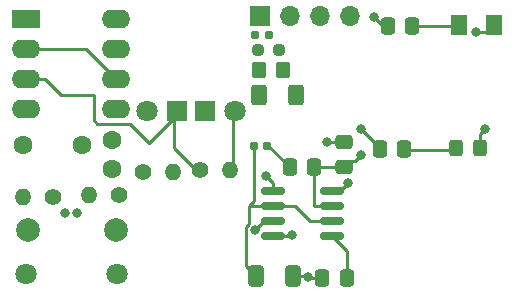
<source format=gbr>
%TF.GenerationSoftware,KiCad,Pcbnew,8.0.2*%
%TF.CreationDate,2024-09-30T00:20:34-04:00*%
%TF.ProjectId,solder_challenge_555,736f6c64-6572-45f6-9368-616c6c656e67,rev?*%
%TF.SameCoordinates,Original*%
%TF.FileFunction,Copper,L1,Top*%
%TF.FilePolarity,Positive*%
%FSLAX46Y46*%
G04 Gerber Fmt 4.6, Leading zero omitted, Abs format (unit mm)*
G04 Created by KiCad (PCBNEW 8.0.2) date 2024-09-30 00:20:34*
%MOMM*%
%LPD*%
G01*
G04 APERTURE LIST*
G04 Aperture macros list*
%AMRoundRect*
0 Rectangle with rounded corners*
0 $1 Rounding radius*
0 $2 $3 $4 $5 $6 $7 $8 $9 X,Y pos of 4 corners*
0 Add a 4 corners polygon primitive as box body*
4,1,4,$2,$3,$4,$5,$6,$7,$8,$9,$2,$3,0*
0 Add four circle primitives for the rounded corners*
1,1,$1+$1,$2,$3*
1,1,$1+$1,$4,$5*
1,1,$1+$1,$6,$7*
1,1,$1+$1,$8,$9*
0 Add four rect primitives between the rounded corners*
20,1,$1+$1,$2,$3,$4,$5,0*
20,1,$1+$1,$4,$5,$6,$7,0*
20,1,$1+$1,$6,$7,$8,$9,0*
20,1,$1+$1,$8,$9,$2,$3,0*%
G04 Aperture macros list end*
%TA.AperFunction,ComponentPad*%
%ADD10C,1.400000*%
%TD*%
%TA.AperFunction,ComponentPad*%
%ADD11O,1.400000X1.400000*%
%TD*%
%TA.AperFunction,ComponentPad*%
%ADD12C,1.600000*%
%TD*%
%TA.AperFunction,SMDPad,CuDef*%
%ADD13RoundRect,0.160000X-0.197500X-0.160000X0.197500X-0.160000X0.197500X0.160000X-0.197500X0.160000X0*%
%TD*%
%TA.AperFunction,SMDPad,CuDef*%
%ADD14RoundRect,0.250000X-0.475000X0.337500X-0.475000X-0.337500X0.475000X-0.337500X0.475000X0.337500X0*%
%TD*%
%TA.AperFunction,SMDPad,CuDef*%
%ADD15RoundRect,0.250001X0.462499X0.624999X-0.462499X0.624999X-0.462499X-0.624999X0.462499X-0.624999X0*%
%TD*%
%TA.AperFunction,SMDPad,CuDef*%
%ADD16RoundRect,0.250000X0.337500X0.475000X-0.337500X0.475000X-0.337500X-0.475000X0.337500X-0.475000X0*%
%TD*%
%TA.AperFunction,ComponentPad*%
%ADD17R,2.400000X1.600000*%
%TD*%
%TA.AperFunction,ComponentPad*%
%ADD18O,2.400000X1.600000*%
%TD*%
%TA.AperFunction,SMDPad,CuDef*%
%ADD19RoundRect,0.250000X-0.350000X-0.450000X0.350000X-0.450000X0.350000X0.450000X-0.350000X0.450000X0*%
%TD*%
%TA.AperFunction,SMDPad,CuDef*%
%ADD20RoundRect,0.237500X-0.250000X-0.237500X0.250000X-0.237500X0.250000X0.237500X-0.250000X0.237500X0*%
%TD*%
%TA.AperFunction,SMDPad,CuDef*%
%ADD21RoundRect,0.155000X0.212500X0.155000X-0.212500X0.155000X-0.212500X-0.155000X0.212500X-0.155000X0*%
%TD*%
%TA.AperFunction,SMDPad,CuDef*%
%ADD22RoundRect,0.250000X-0.337500X-0.475000X0.337500X-0.475000X0.337500X0.475000X-0.337500X0.475000X0*%
%TD*%
%TA.AperFunction,SMDPad,CuDef*%
%ADD23RoundRect,0.250000X0.325000X0.450000X-0.325000X0.450000X-0.325000X-0.450000X0.325000X-0.450000X0*%
%TD*%
%TA.AperFunction,SMDPad,CuDef*%
%ADD24RoundRect,0.250000X-0.400000X-0.625000X0.400000X-0.625000X0.400000X0.625000X-0.400000X0.625000X0*%
%TD*%
%TA.AperFunction,SMDPad,CuDef*%
%ADD25RoundRect,0.150000X-0.825000X-0.150000X0.825000X-0.150000X0.825000X0.150000X-0.825000X0.150000X0*%
%TD*%
%TA.AperFunction,ComponentPad*%
%ADD26R,1.800000X1.800000*%
%TD*%
%TA.AperFunction,ComponentPad*%
%ADD27C,1.800000*%
%TD*%
%TA.AperFunction,SMDPad,CuDef*%
%ADD28RoundRect,0.250000X-0.412500X-0.650000X0.412500X-0.650000X0.412500X0.650000X-0.412500X0.650000X0*%
%TD*%
%TA.AperFunction,ComponentPad*%
%ADD29R,1.700000X1.700000*%
%TD*%
%TA.AperFunction,ComponentPad*%
%ADD30O,1.700000X1.700000*%
%TD*%
%TA.AperFunction,ComponentPad*%
%ADD31C,2.000000*%
%TD*%
%TA.AperFunction,ViaPad*%
%ADD32C,0.800000*%
%TD*%
%TA.AperFunction,Conductor*%
%ADD33C,0.250000*%
%TD*%
G04 APERTURE END LIST*
D10*
%TO.P,R3,1*%
%TO.N,Net-(D4-K)*%
X131920000Y-52230000D03*
D11*
%TO.P,R3,2*%
%TO.N,Net-(D1-A)*%
X134460000Y-52230000D03*
%TD*%
D12*
%TO.P,C1,1*%
%TO.N,Net-(U1-THR)*%
X116890000Y-50100000D03*
%TO.P,C1,2*%
%TO.N,GND*%
X121890000Y-50100000D03*
%TD*%
D13*
%TO.P,R10,1*%
%TO.N,unconnected-(R10-Pad1)*%
X136500000Y-40835000D03*
%TO.P,R10,2*%
%TO.N,unconnected-(R10-Pad2)*%
X137695000Y-40835000D03*
%TD*%
D14*
%TO.P,R5,1*%
%TO.N,VCC*%
X144075000Y-49875000D03*
%TO.P,R5,2*%
%TO.N,/smt_555/7*%
X144075000Y-51950000D03*
%TD*%
D15*
%TO.P,D3,1,K*%
%TO.N,/smt_555/3*%
X156807500Y-39970000D03*
%TO.P,D3,2,A*%
%TO.N,Net-(D3-A)*%
X153832500Y-39970000D03*
%TD*%
D16*
%TO.P,R4,1*%
%TO.N,/smt_555/7*%
X141537500Y-52025000D03*
%TO.P,R4,2*%
%TO.N,Net-(R11-Pad1)*%
X139462500Y-52025000D03*
%TD*%
D17*
%TO.P,U1,1,GND*%
%TO.N,GND*%
X117190000Y-39430000D03*
D18*
%TO.P,U1,2,TR*%
%TO.N,Net-(U1-THR)*%
X117190000Y-41970000D03*
%TO.P,U1,3,Q*%
%TO.N,Net-(D4-K)*%
X117190000Y-44510000D03*
%TO.P,U1,4,R*%
%TO.N,VCC*%
X117190000Y-47050000D03*
%TO.P,U1,5,CV*%
%TO.N,Net-(U1-CV)*%
X124810000Y-47050000D03*
%TO.P,U1,6,THR*%
%TO.N,Net-(U1-THR)*%
X124810000Y-44510000D03*
%TO.P,U1,7,DIS*%
%TO.N,Net-(U1-DIS)*%
X124810000Y-41970000D03*
%TO.P,U1,8,VCC*%
%TO.N,VCC*%
X124810000Y-39430000D03*
%TD*%
D19*
%TO.P,R8,1*%
%TO.N,unconnected-(R8-Pad1)*%
X136895000Y-43810000D03*
%TO.P,R8,2*%
%TO.N,unconnected-(R8-Pad2)*%
X138895000Y-43810000D03*
%TD*%
D20*
%TO.P,R9,1*%
%TO.N,unconnected-(R9-Pad1)*%
X136770000Y-42085000D03*
%TO.P,R9,2*%
%TO.N,unconnected-(R9-Pad2)*%
X138595000Y-42085000D03*
%TD*%
D21*
%TO.P,R11,1*%
%TO.N,Net-(R11-Pad1)*%
X137585000Y-50225000D03*
%TO.P,R11,2*%
%TO.N,/smt_555/2*%
X136450000Y-50225000D03*
%TD*%
D10*
%TO.P,R1,1*%
%TO.N,VCC*%
X125040000Y-54340000D03*
D11*
%TO.P,R1,2*%
%TO.N,Net-(U1-DIS)*%
X122500000Y-54340000D03*
%TD*%
D22*
%TO.P,R12,1*%
%TO.N,VCC*%
X147787500Y-40050000D03*
%TO.P,R12,2*%
%TO.N,Net-(D3-A)*%
X149862500Y-40050000D03*
%TD*%
D23*
%TO.P,D2,1,K*%
%TO.N,GND*%
X155632500Y-50420000D03*
%TO.P,D2,2,A*%
%TO.N,Net-(D2-A)*%
X153582500Y-50420000D03*
%TD*%
D16*
%TO.P,C4,1*%
%TO.N,/smt_555/5*%
X144312500Y-61350000D03*
%TO.P,C4,2*%
%TO.N,GND*%
X142237500Y-61350000D03*
%TD*%
D22*
%TO.P,R6,1*%
%TO.N,/smt_555/3*%
X147082500Y-50480000D03*
%TO.P,R6,2*%
%TO.N,Net-(D2-A)*%
X149157500Y-50480000D03*
%TD*%
D24*
%TO.P,R7,1*%
%TO.N,unconnected-(R7-Pad1)*%
X136920000Y-45910000D03*
%TO.P,R7,2*%
%TO.N,unconnected-(R7-Pad2)*%
X140020000Y-45910000D03*
%TD*%
D12*
%TO.P,C2,1*%
%TO.N,Net-(U1-CV)*%
X124450000Y-49700000D03*
%TO.P,C2,2*%
%TO.N,GND*%
X124450000Y-52200000D03*
%TD*%
D10*
%TO.P,R2,1*%
%TO.N,Net-(U1-DIS)*%
X119400000Y-54490000D03*
D11*
%TO.P,R2,2*%
%TO.N,Net-(U1-THR)*%
X116860000Y-54490000D03*
%TD*%
D25*
%TO.P,U2,1,GND*%
%TO.N,GND*%
X138100000Y-54045000D03*
%TO.P,U2,2,TR*%
%TO.N,/smt_555/2*%
X138100000Y-55315000D03*
%TO.P,U2,3,Q*%
%TO.N,/smt_555/3*%
X138100000Y-56585000D03*
%TO.P,U2,4,R*%
%TO.N,VCC*%
X138100000Y-57855000D03*
%TO.P,U2,5,CV*%
%TO.N,/smt_555/5*%
X143050000Y-57855000D03*
%TO.P,U2,6,THR*%
%TO.N,/smt_555/2*%
X143050000Y-56585000D03*
%TO.P,U2,7,DIS*%
%TO.N,/smt_555/7*%
X143050000Y-55315000D03*
%TO.P,U2,8,VCC*%
%TO.N,VCC*%
X143050000Y-54045000D03*
%TD*%
D26*
%TO.P,D4,1,K*%
%TO.N,Net-(D4-K)*%
X129960000Y-47260000D03*
D27*
%TO.P,D4,2,A*%
%TO.N,Net-(D4-A)*%
X127420000Y-47260000D03*
%TD*%
D26*
%TO.P,D1,1,K*%
%TO.N,GND*%
X132270000Y-47240000D03*
D27*
%TO.P,D1,2,A*%
%TO.N,Net-(D1-A)*%
X134810000Y-47240000D03*
%TD*%
D10*
%TO.P,R13,1*%
%TO.N,VCC*%
X127090000Y-52380000D03*
D11*
%TO.P,R13,2*%
%TO.N,Net-(D4-A)*%
X129630000Y-52380000D03*
%TD*%
D28*
%TO.P,C3,1*%
%TO.N,/smt_555/2*%
X136612500Y-61250000D03*
%TO.P,C3,2*%
%TO.N,GND*%
X139737500Y-61250000D03*
%TD*%
D29*
%TO.P,J2,1,Pin_1*%
%TO.N,VCC*%
X136950000Y-39240000D03*
D30*
%TO.P,J2,2,Pin_2*%
%TO.N,unconnected-(J2-Pin_2-Pad2)*%
X139490000Y-39240000D03*
%TO.P,J2,3,Pin_3*%
%TO.N,unconnected-(J2-Pin_3-Pad3)*%
X142030000Y-39240000D03*
%TO.P,J2,4,Pin_4*%
%TO.N,GND*%
X144570000Y-39240000D03*
%TD*%
D27*
%TO.P,J1,6,Shield*%
%TO.N,unconnected-(J1-Shield-Pad6)*%
X124895000Y-61090000D03*
D31*
X124745000Y-57290000D03*
X117295000Y-57290000D03*
D27*
X117145000Y-61090000D03*
%TD*%
D32*
%TO.N,GND*%
X137475000Y-52750000D03*
X156020000Y-48770000D03*
X120430000Y-55900000D03*
X141050000Y-61300000D03*
%TO.N,VCC*%
X146575000Y-39250000D03*
X121429949Y-55889691D03*
X142600000Y-49850000D03*
X139700000Y-57775000D03*
X144400000Y-53350000D03*
%TO.N,/smt_555/7*%
X145510000Y-50950000D03*
%TO.N,/smt_555/3*%
X136540000Y-57340000D03*
X145520000Y-48780000D03*
X155280000Y-40550000D03*
%TD*%
D33*
%TO.N,GND*%
X139737500Y-61250000D02*
X141000000Y-61250000D01*
X138100000Y-53375000D02*
X137475000Y-52750000D01*
X138100000Y-54045000D02*
X138100000Y-53375000D01*
X155632500Y-49157500D02*
X155632500Y-50420000D01*
X142237500Y-61350000D02*
X141100000Y-61350000D01*
X141100000Y-61350000D02*
X141050000Y-61300000D01*
X141000000Y-61250000D02*
X141050000Y-61300000D01*
X156020000Y-48770000D02*
X155632500Y-49157500D01*
%TO.N,/smt_555/2*%
X135750000Y-60387500D02*
X136612500Y-61250000D01*
X138200000Y-55370000D02*
X137945000Y-55370000D01*
X135750000Y-57070000D02*
X135750000Y-60387500D01*
X136025000Y-55315000D02*
X136450000Y-54890000D01*
X136450000Y-54890000D02*
X136450000Y-50225000D01*
X139890000Y-55315000D02*
X141160000Y-56585000D01*
X138100000Y-55315000D02*
X139890000Y-55315000D01*
X136025000Y-55315000D02*
X136025000Y-56795000D01*
X136025000Y-56795000D02*
X135750000Y-57070000D01*
X138100000Y-55315000D02*
X136025000Y-55315000D01*
X141160000Y-56585000D02*
X143050000Y-56585000D01*
%TO.N,/smt_555/5*%
X144312500Y-59117500D02*
X144312500Y-61350000D01*
X143050000Y-57855000D02*
X144312500Y-59117500D01*
%TO.N,Net-(D1-A)*%
X134645000Y-47135000D02*
X134645000Y-52045000D01*
X134540000Y-47030000D02*
X134645000Y-47135000D01*
X134645000Y-52045000D02*
X134460000Y-52230000D01*
%TO.N,Net-(D2-A)*%
X153210000Y-50575000D02*
X153335000Y-50450000D01*
X149157500Y-50480000D02*
X149252500Y-50575000D01*
X149252500Y-50575000D02*
X153210000Y-50575000D01*
%TO.N,VCC*%
X143450000Y-49875000D02*
X144075000Y-49875000D01*
X147375000Y-40050000D02*
X146575000Y-39250000D01*
X147787500Y-40050000D02*
X147375000Y-40050000D01*
X143705000Y-54045000D02*
X144400000Y-53350000D01*
X138100000Y-57855000D02*
X139620000Y-57855000D01*
X139620000Y-57855000D02*
X139700000Y-57775000D01*
X143050000Y-54045000D02*
X143705000Y-54045000D01*
X142600000Y-49850000D02*
X143450000Y-49875000D01*
%TO.N,/smt_555/7*%
X141550000Y-55300000D02*
X143035000Y-55300000D01*
X144075000Y-51950000D02*
X144000000Y-52025000D01*
X145510000Y-50950000D02*
X144972500Y-51487500D01*
X143035000Y-55300000D02*
X143050000Y-55315000D01*
X141537500Y-52025000D02*
X141550000Y-52037500D01*
X144972500Y-51487500D02*
X144175000Y-51487500D01*
X141550000Y-52037500D02*
X141550000Y-55300000D01*
X144000000Y-52025000D02*
X141537500Y-52025000D01*
%TO.N,/smt_555/3*%
X137295000Y-56585000D02*
X138100000Y-56585000D01*
X136540000Y-57340000D02*
X137295000Y-56585000D01*
X155280000Y-40550000D02*
X156227500Y-40550000D01*
X147082500Y-50342500D02*
X145520000Y-48780000D01*
X156227500Y-40550000D02*
X156807500Y-39970000D01*
X147082500Y-50480000D02*
X147082500Y-50342500D01*
%TO.N,Net-(D3-A)*%
X149862500Y-40050000D02*
X154210000Y-40050000D01*
X154210000Y-40050000D02*
X154300000Y-39960000D01*
%TO.N,Net-(R11-Pad1)*%
X137585000Y-50225000D02*
X137662500Y-50225000D01*
X137662500Y-50225000D02*
X139462500Y-52025000D01*
%TO.N,Net-(U1-THR)*%
X122270000Y-41970000D02*
X124810000Y-44510000D01*
X117190000Y-41970000D02*
X122270000Y-41970000D01*
%TO.N,Net-(D4-K)*%
X131570000Y-52230000D02*
X131920000Y-52230000D01*
X118800000Y-44510000D02*
X117190000Y-44510000D01*
X129710000Y-50370000D02*
X131570000Y-52230000D01*
X122870000Y-45860000D02*
X120150000Y-45860000D01*
X127585000Y-49985000D02*
X125930000Y-48330000D01*
X123190000Y-48330000D02*
X122870000Y-48010000D01*
X129960000Y-47260000D02*
X129710000Y-47510000D01*
X129960000Y-47610000D02*
X127585000Y-49985000D01*
X120150000Y-45860000D02*
X118800000Y-44510000D01*
X125930000Y-48330000D02*
X123190000Y-48330000D01*
X129710000Y-47510000D02*
X129710000Y-50370000D01*
X122870000Y-48010000D02*
X122870000Y-45860000D01*
X129960000Y-47260000D02*
X129960000Y-47610000D01*
%TD*%
M02*

</source>
